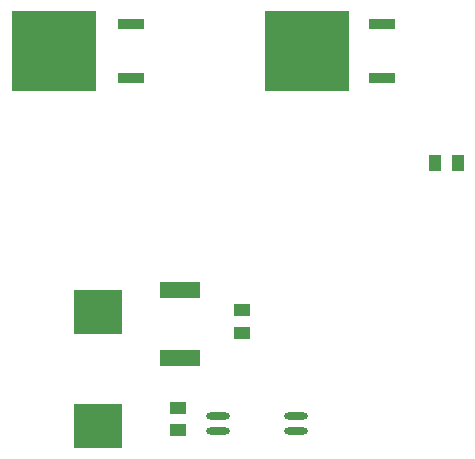
<source format=gtp>
G04 Layer_Color=8421504*
%FSLAX25Y25*%
%MOIN*%
G70*
G01*
G75*
%ADD10R,0.28346X0.26772*%
%ADD11R,0.08661X0.03740*%
%ADD12R,0.15984X0.15000*%
%ADD13R,0.05315X0.03937*%
%ADD14R,0.13583X0.05709*%
%ADD15O,0.07874X0.02362*%
%ADD16R,0.03937X0.05315*%
%ADD17R,0.08858X0.03740*%
D10*
X144488Y196850D02*
D03*
X60236D02*
D03*
D11*
X169685Y205827D02*
D03*
Y187874D02*
D03*
D12*
X74803Y109843D02*
D03*
Y72047D02*
D03*
D13*
X101575Y77953D02*
D03*
Y70472D02*
D03*
X122835Y102953D02*
D03*
Y110433D02*
D03*
D14*
X102362Y117224D02*
D03*
Y94587D02*
D03*
D15*
X140945Y70335D02*
D03*
Y75335D02*
D03*
X114961Y70335D02*
D03*
Y75335D02*
D03*
D16*
X187402Y159449D02*
D03*
X194882D02*
D03*
D17*
X85827Y187874D02*
D03*
Y205827D02*
D03*
M02*

</source>
